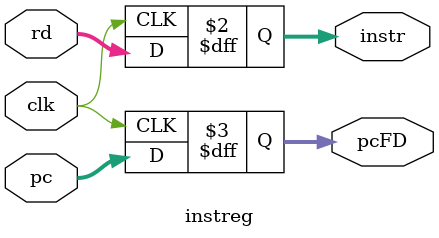
<source format=v>
module instreg(input clk, input [31:0] pc, input [31:0] rd, output reg [31:0] instr, output reg [31:0] pcFD);

always @ (posedge clk) begin
    instr <= rd;
    pcFD <= pc;
end

endmodule

</source>
